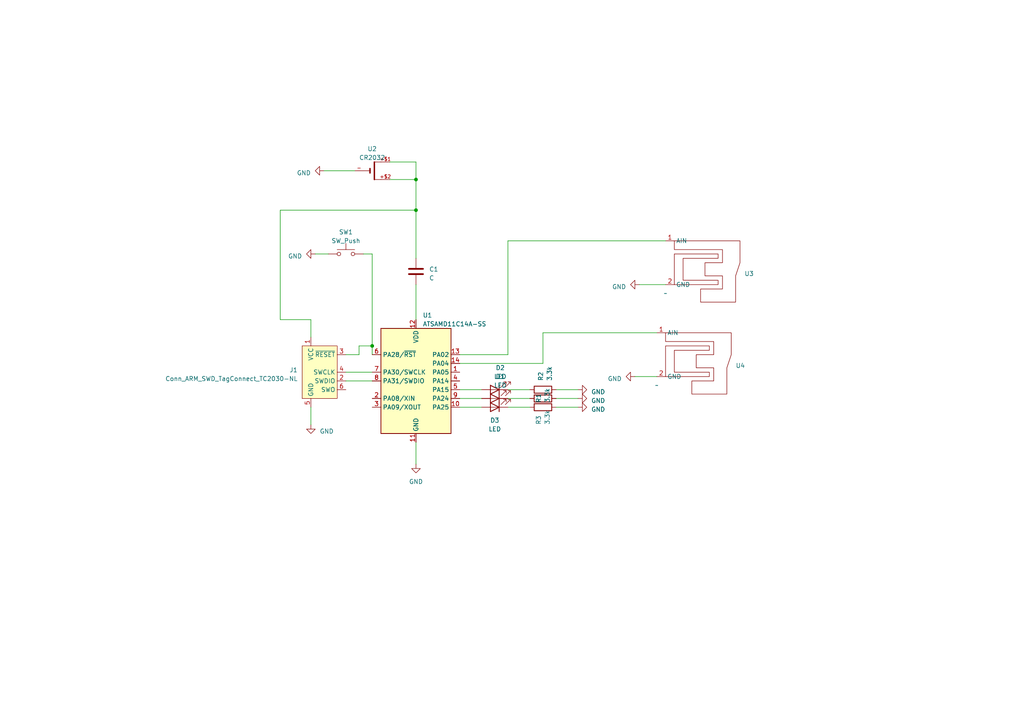
<source format=kicad_sch>
(kicad_sch (version 20230121) (generator eeschema)

  (uuid 101dbdb1-ace5-44bf-b1cc-9e8030de111f)

  (paper "A4")

  (lib_symbols
    (symbol "CR2032:CR2032" (pin_names (offset 1.016)) (in_bom yes) (on_board yes)
      (property "Reference" "U" (at -1.27 3.175 0)
        (effects (font (size 1.27 1.27)) (justify left bottom))
      )
      (property "Value" "CR2032" (at -1.27 -5.08 0)
        (effects (font (size 1.27 1.27)) (justify left bottom))
      )
      (property "Footprint" "" (at 0 0 0)
        (effects (font (size 1.27 1.27)) hide)
      )
      (property "Datasheet" "" (at 0 0 0)
        (effects (font (size 1.27 1.27)) hide)
      )
      (symbol "CR2032_0_0"
        (polyline
          (pts
            (xy -2.54 0)
            (xy -0.635 0)
          )
          (stroke (width 0.1524) (type default))
          (fill (type none))
        )
        (polyline
          (pts
            (xy -0.635 0)
            (xy -0.635 -0.635)
          )
          (stroke (width 0.4064) (type default))
          (fill (type none))
        )
        (polyline
          (pts
            (xy -0.635 0.635)
            (xy -0.635 0)
          )
          (stroke (width 0.4064) (type default))
          (fill (type none))
        )
        (polyline
          (pts
            (xy 0.635 -2.54)
            (xy 2.54 -2.54)
          )
          (stroke (width 0.1524) (type default))
          (fill (type none))
        )
        (polyline
          (pts
            (xy 0.635 2.54)
            (xy 0.635 -2.54)
          )
          (stroke (width 0.4064) (type default))
          (fill (type none))
        )
        (polyline
          (pts
            (xy 0.635 2.54)
            (xy 2.54 2.54)
          )
          (stroke (width 0.1524) (type default))
          (fill (type none))
        )
        (pin passive line (at 5.08 2.54 180) (length 2.54)
          (name "~" (effects (font (size 1.016 1.016))))
          (number "+$1" (effects (font (size 1.016 1.016))))
        )
        (pin passive line (at 5.08 -2.54 180) (length 2.54)
          (name "~" (effects (font (size 1.016 1.016))))
          (number "+$2" (effects (font (size 1.016 1.016))))
        )
        (pin passive line (at -5.08 0 0) (length 2.54)
          (name "~" (effects (font (size 1.016 1.016))))
          (number "-" (effects (font (size 1.016 1.016))))
        )
      )
    )
    (symbol "Connector:Conn_ARM_SWD_TagConnect_TC2030-NL" (in_bom no) (on_board yes)
      (property "Reference" "J" (at 2.54 11.43 0)
        (effects (font (size 1.27 1.27)))
      )
      (property "Value" "Conn_ARM_SWD_TagConnect_TC2030-NL" (at 2.54 8.89 0)
        (effects (font (size 1.27 1.27)))
      )
      (property "Footprint" "Connector:Tag-Connect_TC2030-IDC-NL_2x03_P1.27mm_Vertical" (at 0 -17.78 0)
        (effects (font (size 1.27 1.27)) hide)
      )
      (property "Datasheet" "https://www.tag-connect.com/wp-content/uploads/bsk-pdf-manager/TC2030-CTX_1.pdf" (at 0 -15.24 0)
        (effects (font (size 1.27 1.27)) hide)
      )
      (property "ki_keywords" "Cortex Debug Connector ARM SWD JTAG" (at 0 0 0)
        (effects (font (size 1.27 1.27)) hide)
      )
      (property "ki_description" "Tag-Connect ARM Cortex SWD JTAG connector, 6 pin, no legs" (at 0 0 0)
        (effects (font (size 1.27 1.27)) hide)
      )
      (property "ki_fp_filters" "*TC2030*" (at 0 0 0)
        (effects (font (size 1.27 1.27)) hide)
      )
      (symbol "Conn_ARM_SWD_TagConnect_TC2030-NL_0_0"
        (pin power_in line (at -2.54 10.16 270) (length 2.54)
          (name "VCC" (effects (font (size 1.27 1.27))))
          (number "1" (effects (font (size 1.27 1.27))))
        )
        (pin bidirectional line (at 7.62 -2.54 180) (length 2.54)
          (name "SWDIO" (effects (font (size 1.27 1.27))))
          (number "2" (effects (font (size 1.27 1.27))))
          (alternate "TMS" bidirectional line)
        )
        (pin open_collector line (at 7.62 5.08 180) (length 2.54)
          (name "~{RESET}" (effects (font (size 1.27 1.27))))
          (number "3" (effects (font (size 1.27 1.27))))
        )
        (pin output line (at 7.62 0 180) (length 2.54)
          (name "SWCLK" (effects (font (size 1.27 1.27))))
          (number "4" (effects (font (size 1.27 1.27))))
          (alternate "TCK" output line)
        )
        (pin power_in line (at -2.54 -10.16 90) (length 2.54)
          (name "GND" (effects (font (size 1.27 1.27))))
          (number "5" (effects (font (size 1.27 1.27))))
        )
        (pin input line (at 7.62 -5.08 180) (length 2.54)
          (name "SWO" (effects (font (size 1.27 1.27))))
          (number "6" (effects (font (size 1.27 1.27))))
          (alternate "TDO" input line)
        )
      )
      (symbol "Conn_ARM_SWD_TagConnect_TC2030-NL_0_1"
        (rectangle (start -5.08 7.62) (end 5.08 -7.62)
          (stroke (width 0) (type default))
          (fill (type background))
        )
      )
    )
    (symbol "Device:C" (pin_numbers hide) (pin_names (offset 0.254)) (in_bom yes) (on_board yes)
      (property "Reference" "C" (at 0.635 2.54 0)
        (effects (font (size 1.27 1.27)) (justify left))
      )
      (property "Value" "C" (at 0.635 -2.54 0)
        (effects (font (size 1.27 1.27)) (justify left))
      )
      (property "Footprint" "" (at 0.9652 -3.81 0)
        (effects (font (size 1.27 1.27)) hide)
      )
      (property "Datasheet" "~" (at 0 0 0)
        (effects (font (size 1.27 1.27)) hide)
      )
      (property "ki_keywords" "cap capacitor" (at 0 0 0)
        (effects (font (size 1.27 1.27)) hide)
      )
      (property "ki_description" "Unpolarized capacitor" (at 0 0 0)
        (effects (font (size 1.27 1.27)) hide)
      )
      (property "ki_fp_filters" "C_*" (at 0 0 0)
        (effects (font (size 1.27 1.27)) hide)
      )
      (symbol "C_0_1"
        (polyline
          (pts
            (xy -2.032 -0.762)
            (xy 2.032 -0.762)
          )
          (stroke (width 0.508) (type default))
          (fill (type none))
        )
        (polyline
          (pts
            (xy -2.032 0.762)
            (xy 2.032 0.762)
          )
          (stroke (width 0.508) (type default))
          (fill (type none))
        )
      )
      (symbol "C_1_1"
        (pin passive line (at 0 3.81 270) (length 2.794)
          (name "~" (effects (font (size 1.27 1.27))))
          (number "1" (effects (font (size 1.27 1.27))))
        )
        (pin passive line (at 0 -3.81 90) (length 2.794)
          (name "~" (effects (font (size 1.27 1.27))))
          (number "2" (effects (font (size 1.27 1.27))))
        )
      )
    )
    (symbol "Device:LED" (pin_numbers hide) (pin_names (offset 1.016) hide) (in_bom yes) (on_board yes)
      (property "Reference" "D" (at 0 2.54 0)
        (effects (font (size 1.27 1.27)))
      )
      (property "Value" "LED" (at 0 -2.54 0)
        (effects (font (size 1.27 1.27)))
      )
      (property "Footprint" "" (at 0 0 0)
        (effects (font (size 1.27 1.27)) hide)
      )
      (property "Datasheet" "~" (at 0 0 0)
        (effects (font (size 1.27 1.27)) hide)
      )
      (property "ki_keywords" "LED diode" (at 0 0 0)
        (effects (font (size 1.27 1.27)) hide)
      )
      (property "ki_description" "Light emitting diode" (at 0 0 0)
        (effects (font (size 1.27 1.27)) hide)
      )
      (property "ki_fp_filters" "LED* LED_SMD:* LED_THT:*" (at 0 0 0)
        (effects (font (size 1.27 1.27)) hide)
      )
      (symbol "LED_0_1"
        (polyline
          (pts
            (xy -1.27 -1.27)
            (xy -1.27 1.27)
          )
          (stroke (width 0.254) (type default))
          (fill (type none))
        )
        (polyline
          (pts
            (xy -1.27 0)
            (xy 1.27 0)
          )
          (stroke (width 0) (type default))
          (fill (type none))
        )
        (polyline
          (pts
            (xy 1.27 -1.27)
            (xy 1.27 1.27)
            (xy -1.27 0)
            (xy 1.27 -1.27)
          )
          (stroke (width 0.254) (type default))
          (fill (type none))
        )
        (polyline
          (pts
            (xy -3.048 -0.762)
            (xy -4.572 -2.286)
            (xy -3.81 -2.286)
            (xy -4.572 -2.286)
            (xy -4.572 -1.524)
          )
          (stroke (width 0) (type default))
          (fill (type none))
        )
        (polyline
          (pts
            (xy -1.778 -0.762)
            (xy -3.302 -2.286)
            (xy -2.54 -2.286)
            (xy -3.302 -2.286)
            (xy -3.302 -1.524)
          )
          (stroke (width 0) (type default))
          (fill (type none))
        )
      )
      (symbol "LED_1_1"
        (pin passive line (at -3.81 0 0) (length 2.54)
          (name "K" (effects (font (size 1.27 1.27))))
          (number "1" (effects (font (size 1.27 1.27))))
        )
        (pin passive line (at 3.81 0 180) (length 2.54)
          (name "A" (effects (font (size 1.27 1.27))))
          (number "2" (effects (font (size 1.27 1.27))))
        )
      )
    )
    (symbol "Device:R" (pin_numbers hide) (pin_names (offset 0)) (in_bom yes) (on_board yes)
      (property "Reference" "R" (at 2.032 0 90)
        (effects (font (size 1.27 1.27)))
      )
      (property "Value" "R" (at 0 0 90)
        (effects (font (size 1.27 1.27)))
      )
      (property "Footprint" "" (at -1.778 0 90)
        (effects (font (size 1.27 1.27)) hide)
      )
      (property "Datasheet" "~" (at 0 0 0)
        (effects (font (size 1.27 1.27)) hide)
      )
      (property "ki_keywords" "R res resistor" (at 0 0 0)
        (effects (font (size 1.27 1.27)) hide)
      )
      (property "ki_description" "Resistor" (at 0 0 0)
        (effects (font (size 1.27 1.27)) hide)
      )
      (property "ki_fp_filters" "R_*" (at 0 0 0)
        (effects (font (size 1.27 1.27)) hide)
      )
      (symbol "R_0_1"
        (rectangle (start -1.016 -2.54) (end 1.016 2.54)
          (stroke (width 0.254) (type default))
          (fill (type none))
        )
      )
      (symbol "R_1_1"
        (pin passive line (at 0 3.81 270) (length 1.27)
          (name "~" (effects (font (size 1.27 1.27))))
          (number "1" (effects (font (size 1.27 1.27))))
        )
        (pin passive line (at 0 -3.81 90) (length 1.27)
          (name "~" (effects (font (size 1.27 1.27))))
          (number "2" (effects (font (size 1.27 1.27))))
        )
      )
    )
    (symbol "MCU_Microchip_SAMD:ATSAMD11C14A-SS" (in_bom yes) (on_board yes)
      (property "Reference" "U" (at -10.16 16.51 0)
        (effects (font (size 1.27 1.27)) (justify left))
      )
      (property "Value" "ATSAMD11C14A-SS" (at 1.27 16.51 0)
        (effects (font (size 1.27 1.27)) (justify left))
      )
      (property "Footprint" "Package_SO:SOIC-14_3.9x8.7mm_P1.27mm" (at 0 -26.67 0)
        (effects (font (size 1.27 1.27)) hide)
      )
      (property "Datasheet" "http://ww1.microchip.com/downloads/en/DeviceDoc/Atmel-42363-SAM-D11_Datasheet.pdf" (at 0 -17.78 0)
        (effects (font (size 1.27 1.27)) hide)
      )
      (property "ki_keywords" "32-bit ARM Cortex-M0+ MCU Microcontroller" (at 0 0 0)
        (effects (font (size 1.27 1.27)) hide)
      )
      (property "ki_description" "ARM Cortex-M0+ MCU, 48MHz, 16KB Flash, 4KB RAM, 1.6-3.6V, 18 GPIO, SOIC-14" (at 0 0 0)
        (effects (font (size 1.27 1.27)) hide)
      )
      (property "ki_fp_filters" "SOIC*3.9x8.7mm*P1.27mm*" (at 0 0 0)
        (effects (font (size 1.27 1.27)) hide)
      )
      (symbol "ATSAMD11C14A-SS_0_1"
        (rectangle (start -10.16 15.24) (end 10.16 -15.24)
          (stroke (width 0.254) (type default))
          (fill (type background))
        )
      )
      (symbol "ATSAMD11C14A-SS_1_1"
        (pin bidirectional line (at 12.7 2.54 180) (length 2.54)
          (name "PA05" (effects (font (size 1.27 1.27))))
          (number "1" (effects (font (size 1.27 1.27))))
        )
        (pin bidirectional line (at 12.7 -7.62 180) (length 2.54)
          (name "PA25" (effects (font (size 1.27 1.27))))
          (number "10" (effects (font (size 1.27 1.27))))
        )
        (pin power_in line (at 0 -17.78 90) (length 2.54)
          (name "GND" (effects (font (size 1.27 1.27))))
          (number "11" (effects (font (size 1.27 1.27))))
        )
        (pin power_in line (at 0 17.78 270) (length 2.54)
          (name "VDD" (effects (font (size 1.27 1.27))))
          (number "12" (effects (font (size 1.27 1.27))))
        )
        (pin bidirectional line (at 12.7 7.62 180) (length 2.54)
          (name "PA02" (effects (font (size 1.27 1.27))))
          (number "13" (effects (font (size 1.27 1.27))))
        )
        (pin bidirectional line (at 12.7 5.08 180) (length 2.54)
          (name "PA04" (effects (font (size 1.27 1.27))))
          (number "14" (effects (font (size 1.27 1.27))))
        )
        (pin bidirectional line (at -12.7 -5.08 0) (length 2.54)
          (name "PA08/XIN" (effects (font (size 1.27 1.27))))
          (number "2" (effects (font (size 1.27 1.27))))
        )
        (pin bidirectional line (at -12.7 -7.62 0) (length 2.54)
          (name "PA09/XOUT" (effects (font (size 1.27 1.27))))
          (number "3" (effects (font (size 1.27 1.27))))
        )
        (pin bidirectional line (at 12.7 0 180) (length 2.54)
          (name "PA14" (effects (font (size 1.27 1.27))))
          (number "4" (effects (font (size 1.27 1.27))))
        )
        (pin bidirectional line (at 12.7 -2.54 180) (length 2.54)
          (name "PA15" (effects (font (size 1.27 1.27))))
          (number "5" (effects (font (size 1.27 1.27))))
        )
        (pin bidirectional line (at -12.7 7.62 0) (length 2.54)
          (name "PA28/~{RST}" (effects (font (size 1.27 1.27))))
          (number "6" (effects (font (size 1.27 1.27))))
        )
        (pin bidirectional line (at -12.7 2.54 0) (length 2.54)
          (name "PA30/SWCLK" (effects (font (size 1.27 1.27))))
          (number "7" (effects (font (size 1.27 1.27))))
        )
        (pin bidirectional line (at -12.7 0 0) (length 2.54)
          (name "PA31/SWDIO" (effects (font (size 1.27 1.27))))
          (number "8" (effects (font (size 1.27 1.27))))
        )
        (pin bidirectional line (at 12.7 -5.08 180) (length 2.54)
          (name "PA24" (effects (font (size 1.27 1.27))))
          (number "9" (effects (font (size 1.27 1.27))))
        )
      )
    )
    (symbol "Switch:SW_Push" (pin_numbers hide) (pin_names (offset 1.016) hide) (in_bom yes) (on_board yes)
      (property "Reference" "SW" (at 1.27 2.54 0)
        (effects (font (size 1.27 1.27)) (justify left))
      )
      (property "Value" "SW_Push" (at 0 -1.524 0)
        (effects (font (size 1.27 1.27)))
      )
      (property "Footprint" "" (at 0 5.08 0)
        (effects (font (size 1.27 1.27)) hide)
      )
      (property "Datasheet" "~" (at 0 5.08 0)
        (effects (font (size 1.27 1.27)) hide)
      )
      (property "ki_keywords" "switch normally-open pushbutton push-button" (at 0 0 0)
        (effects (font (size 1.27 1.27)) hide)
      )
      (property "ki_description" "Push button switch, generic, two pins" (at 0 0 0)
        (effects (font (size 1.27 1.27)) hide)
      )
      (symbol "SW_Push_0_1"
        (circle (center -2.032 0) (radius 0.508)
          (stroke (width 0) (type default))
          (fill (type none))
        )
        (polyline
          (pts
            (xy 0 1.27)
            (xy 0 3.048)
          )
          (stroke (width 0) (type default))
          (fill (type none))
        )
        (polyline
          (pts
            (xy 2.54 1.27)
            (xy -2.54 1.27)
          )
          (stroke (width 0) (type default))
          (fill (type none))
        )
        (circle (center 2.032 0) (radius 0.508)
          (stroke (width 0) (type default))
          (fill (type none))
        )
        (pin passive line (at -5.08 0 0) (length 2.54)
          (name "1" (effects (font (size 1.27 1.27))))
          (number "1" (effects (font (size 1.27 1.27))))
        )
        (pin passive line (at 5.08 0 180) (length 2.54)
          (name "2" (effects (font (size 1.27 1.27))))
          (number "2" (effects (font (size 1.27 1.27))))
        )
      )
    )
    (symbol "metal_pieces:metal_pieces" (in_bom yes) (on_board yes)
      (property "Reference" "U" (at 0 -3.81 0)
        (effects (font (size 1.27 1.27)))
      )
      (property "Value" "" (at 0 -3.81 0)
        (effects (font (size 1.27 1.27)))
      )
      (property "Footprint" "" (at 0 -3.81 0)
        (effects (font (size 1.27 1.27)) hide)
      )
      (property "Datasheet" "" (at 0 -3.81 0)
        (effects (font (size 1.27 1.27)) hide)
      )
      (symbol "metal_pieces_0_1"
        (polyline
          (pts
            (xy 2.54 -1.27)
            (xy 2.54 7.62)
            (xy 15.24 7.62)
            (xy 15.24 6.35)
            (xy 5.08 6.35)
            (xy 5.08 0)
            (xy 15.24 0)
            (xy 15.24 -1.27)
            (xy 2.54 -1.27)
          )
          (stroke (width 0) (type default))
          (fill (type none))
        )
        (polyline
          (pts
            (xy 2.54 11.43)
            (xy 21.59 11.43)
            (xy 21.59 5.08)
            (xy 20.32 1.27)
            (xy 20.32 -6.35)
            (xy 10.16 -6.35)
            (xy 10.16 -2.54)
            (xy 16.51 -2.54)
            (xy 16.51 1.27)
            (xy 11.43 1.27)
            (xy 11.43 5.08)
            (xy 16.51 5.08)
            (xy 16.51 8.89)
            (xy 2.54 8.89)
            (xy 2.54 11.43)
          )
          (stroke (width 0) (type default))
          (fill (type none))
        )
      )
      (symbol "metal_pieces_1_1"
        (pin input line (at 0 11.43 0) (length 2.54)
          (name "AIN" (effects (font (size 1.27 1.27))))
          (number "1" (effects (font (size 1.27 1.27))))
        )
        (pin input line (at 0 -1.27 0) (length 2.54)
          (name "GND" (effects (font (size 1.27 1.27))))
          (number "2" (effects (font (size 1.27 1.27))))
        )
      )
    )
    (symbol "power:GND" (power) (pin_names (offset 0)) (in_bom yes) (on_board yes)
      (property "Reference" "#PWR" (at 0 -6.35 0)
        (effects (font (size 1.27 1.27)) hide)
      )
      (property "Value" "GND" (at 0 -3.81 0)
        (effects (font (size 1.27 1.27)))
      )
      (property "Footprint" "" (at 0 0 0)
        (effects (font (size 1.27 1.27)) hide)
      )
      (property "Datasheet" "" (at 0 0 0)
        (effects (font (size 1.27 1.27)) hide)
      )
      (property "ki_keywords" "global power" (at 0 0 0)
        (effects (font (size 1.27 1.27)) hide)
      )
      (property "ki_description" "Power symbol creates a global label with name \"GND\" , ground" (at 0 0 0)
        (effects (font (size 1.27 1.27)) hide)
      )
      (symbol "GND_0_1"
        (polyline
          (pts
            (xy 0 0)
            (xy 0 -1.27)
            (xy 1.27 -1.27)
            (xy 0 -2.54)
            (xy -1.27 -1.27)
            (xy 0 -1.27)
          )
          (stroke (width 0) (type default))
          (fill (type none))
        )
      )
      (symbol "GND_1_1"
        (pin power_in line (at 0 0 270) (length 0) hide
          (name "GND" (effects (font (size 1.27 1.27))))
          (number "1" (effects (font (size 1.27 1.27))))
        )
      )
    )
  )

  (junction (at 120.65 52.07) (diameter 0) (color 0 0 0 0)
    (uuid 8c113d61-1ce2-4864-b3c9-ff9a461ba198)
  )
  (junction (at 120.65 60.96) (diameter 0) (color 0 0 0 0)
    (uuid c272b59d-f083-4f8f-afdb-a5df06cc1351)
  )
  (junction (at 107.95 100.33) (diameter 0) (color 0 0 0 0)
    (uuid fd52d139-a42e-4ad4-ac04-88e454871e58)
  )

  (wire (pts (xy 107.95 100.33) (xy 107.95 102.87))
    (stroke (width 0) (type default))
    (uuid 04c065e9-9165-4045-a95d-392b9816bf69)
  )
  (wire (pts (xy 107.95 73.66) (xy 107.95 100.33))
    (stroke (width 0) (type default))
    (uuid 0a4b8d91-d8db-4c3b-a8ab-a17e87bbf4f1)
  )
  (wire (pts (xy 133.35 113.03) (xy 139.7 113.03))
    (stroke (width 0) (type default))
    (uuid 0b632598-5b2f-4c70-91c6-47a1fc22b92f)
  )
  (wire (pts (xy 161.29 113.03) (xy 167.64 113.03))
    (stroke (width 0) (type default))
    (uuid 1480a97b-1a91-4121-a25d-64ce57278beb)
  )
  (wire (pts (xy 104.14 100.33) (xy 107.95 100.33))
    (stroke (width 0) (type default))
    (uuid 1577f4cd-91bc-45b6-9763-8450cababf9c)
  )
  (wire (pts (xy 133.35 118.11) (xy 139.7 118.11))
    (stroke (width 0) (type default))
    (uuid 1be7ad04-47c7-4a60-9524-e07c2e4d79ff)
  )
  (wire (pts (xy 157.48 96.52) (xy 190.5 96.52))
    (stroke (width 0) (type default))
    (uuid 1d7339da-f23f-4d48-a7c4-ae3d0d8a7e1b)
  )
  (wire (pts (xy 113.03 46.99) (xy 120.65 46.99))
    (stroke (width 0) (type default))
    (uuid 253af97e-b687-47a0-8806-27ba742a307d)
  )
  (wire (pts (xy 90.17 118.11) (xy 90.17 123.19))
    (stroke (width 0) (type default))
    (uuid 35f025ab-338f-4bb6-8754-55308fee5e5c)
  )
  (wire (pts (xy 147.32 118.11) (xy 153.67 118.11))
    (stroke (width 0) (type default))
    (uuid 3a71f911-0e07-4f86-931f-34ce2e9c466b)
  )
  (wire (pts (xy 93.98 49.53) (xy 102.87 49.53))
    (stroke (width 0) (type default))
    (uuid 3adc224b-5497-4e85-8a6f-935986544f85)
  )
  (wire (pts (xy 120.65 46.99) (xy 120.65 52.07))
    (stroke (width 0) (type default))
    (uuid 40d41381-d14f-4c10-aad5-4bdb18fc06ec)
  )
  (wire (pts (xy 90.17 92.71) (xy 90.17 97.79))
    (stroke (width 0) (type default))
    (uuid 46bfdbbb-ff88-4f7d-ad19-fad5f3e9f0ad)
  )
  (wire (pts (xy 147.32 69.85) (xy 193.04 69.85))
    (stroke (width 0) (type default))
    (uuid 52f9ccfa-e2f6-49b9-bb20-acbddc2d2bd0)
  )
  (wire (pts (xy 161.29 115.57) (xy 167.64 115.57))
    (stroke (width 0) (type default))
    (uuid 534b7f49-de7b-4b0a-a3aa-20c890e77ca5)
  )
  (wire (pts (xy 161.29 118.11) (xy 167.64 118.11))
    (stroke (width 0) (type default))
    (uuid 6f97c89d-3eef-4cd3-a88f-4a74930b5e0a)
  )
  (wire (pts (xy 147.32 102.87) (xy 133.35 102.87))
    (stroke (width 0) (type default))
    (uuid 786f31f4-38bc-4ba2-993f-49294287c1c0)
  )
  (wire (pts (xy 133.35 105.41) (xy 157.48 105.41))
    (stroke (width 0) (type default))
    (uuid 7b294af4-a8c1-456b-a67c-a66e797fbc8d)
  )
  (wire (pts (xy 81.28 92.71) (xy 90.17 92.71))
    (stroke (width 0) (type default))
    (uuid 82a5c1fa-3985-44ae-bd63-a5d273907cb9)
  )
  (wire (pts (xy 120.65 60.96) (xy 120.65 74.93))
    (stroke (width 0) (type default))
    (uuid 86112e55-1d78-48b4-8783-1461b8079d24)
  )
  (wire (pts (xy 147.32 102.87) (xy 147.32 69.85))
    (stroke (width 0) (type default))
    (uuid 8cee2f04-3cae-4e4d-836e-c33b1125914f)
  )
  (wire (pts (xy 113.03 52.07) (xy 120.65 52.07))
    (stroke (width 0) (type default))
    (uuid 8e3ca758-451a-48c5-b9ba-d46a92bd7ea7)
  )
  (wire (pts (xy 147.32 113.03) (xy 153.67 113.03))
    (stroke (width 0) (type default))
    (uuid 92b885f3-6061-4618-9052-6ac4e1505e04)
  )
  (wire (pts (xy 91.44 73.66) (xy 95.25 73.66))
    (stroke (width 0) (type default))
    (uuid 9901c85f-f2be-4608-bece-01740ce43801)
  )
  (wire (pts (xy 120.65 52.07) (xy 120.65 60.96))
    (stroke (width 0) (type default))
    (uuid 9ea57e88-fd68-48c0-b845-3e425405bb8c)
  )
  (wire (pts (xy 120.65 82.55) (xy 120.65 92.71))
    (stroke (width 0) (type default))
    (uuid 9ea8f373-1b34-48bb-96c7-2f454be895d6)
  )
  (wire (pts (xy 81.28 60.96) (xy 120.65 60.96))
    (stroke (width 0) (type default))
    (uuid a4c84fb2-6670-49aa-ad92-41a816d683f0)
  )
  (wire (pts (xy 81.28 92.71) (xy 81.28 60.96))
    (stroke (width 0) (type default))
    (uuid aa31bcd5-d166-450c-a849-7cb3d5c27f67)
  )
  (wire (pts (xy 100.33 110.49) (xy 107.95 110.49))
    (stroke (width 0) (type default))
    (uuid aa853c0f-70f3-4310-b137-294abf2d3f8d)
  )
  (wire (pts (xy 185.42 82.55) (xy 193.04 82.55))
    (stroke (width 0) (type default))
    (uuid b6557b66-4c3c-4094-9d11-fdd480a27a5e)
  )
  (wire (pts (xy 100.33 107.95) (xy 107.95 107.95))
    (stroke (width 0) (type default))
    (uuid c0f2c46b-5b80-4fba-b2a9-344080d5e624)
  )
  (wire (pts (xy 184.15 109.22) (xy 190.5 109.22))
    (stroke (width 0) (type default))
    (uuid d60477e6-9d31-4e0e-8f3e-8ce7e29a3ab1)
  )
  (wire (pts (xy 100.33 102.87) (xy 104.14 102.87))
    (stroke (width 0) (type default))
    (uuid d9f009fe-341d-4c5a-938b-9b3c0eed0dcf)
  )
  (wire (pts (xy 120.65 128.27) (xy 120.65 134.62))
    (stroke (width 0) (type default))
    (uuid daecca8f-0e9c-4079-b7c8-0c6a549e7e13)
  )
  (wire (pts (xy 133.35 115.57) (xy 139.7 115.57))
    (stroke (width 0) (type default))
    (uuid ddcb5918-7914-4476-8ed4-aa68460bb377)
  )
  (wire (pts (xy 105.41 73.66) (xy 107.95 73.66))
    (stroke (width 0) (type default))
    (uuid de439c64-2595-4bd4-b6f7-fc59c8058843)
  )
  (wire (pts (xy 147.32 115.57) (xy 153.67 115.57))
    (stroke (width 0) (type default))
    (uuid ebfc0320-1acd-4459-9c36-ab9db8d60a0f)
  )
  (wire (pts (xy 104.14 102.87) (xy 104.14 100.33))
    (stroke (width 0) (type default))
    (uuid ec7a3a19-e2c3-452e-9509-020b030150f8)
  )
  (wire (pts (xy 157.48 105.41) (xy 157.48 96.52))
    (stroke (width 0) (type default))
    (uuid fd573d4d-1afe-47bb-b2cf-68a8d1b1a121)
  )

  (symbol (lib_id "metal_pieces:metal_pieces") (at 190.5 107.95 0) (unit 1)
    (in_bom yes) (on_board yes) (dnp no) (fields_autoplaced)
    (uuid 02a0dbdb-b564-438e-b368-f2c5e2fa8460)
    (property "Reference" "U4" (at 213.36 106.045 0)
      (effects (font (size 1.27 1.27)) (justify left))
    )
    (property "Value" "~" (at 190.5 111.76 0)
      (effects (font (size 1.27 1.27)))
    )
    (property "Footprint" "metal_pieces:metal_footprint" (at 190.5 111.76 0)
      (effects (font (size 1.27 1.27)) hide)
    )
    (property "Datasheet" "" (at 190.5 111.76 0)
      (effects (font (size 1.27 1.27)) hide)
    )
    (pin "1" (uuid be7484d0-4ec7-44e6-971e-368ac27b4da3))
    (pin "2" (uuid b167494a-69dc-4f0c-a169-0714fe773c30))
    (instances
      (project "seniordesign"
        (path "/101dbdb1-ace5-44bf-b1cc-9e8030de111f"
          (reference "U4") (unit 1)
        )
      )
    )
  )

  (symbol (lib_id "power:GND") (at 93.98 49.53 270) (unit 1)
    (in_bom yes) (on_board yes) (dnp no) (fields_autoplaced)
    (uuid 06ddfd8a-3b8c-4ca8-8551-c0f60f9712e9)
    (property "Reference" "#PWR02" (at 87.63 49.53 0)
      (effects (font (size 1.27 1.27)) hide)
    )
    (property "Value" "GND" (at 90.17 50.165 90)
      (effects (font (size 1.27 1.27)) (justify right))
    )
    (property "Footprint" "" (at 93.98 49.53 0)
      (effects (font (size 1.27 1.27)) hide)
    )
    (property "Datasheet" "" (at 93.98 49.53 0)
      (effects (font (size 1.27 1.27)) hide)
    )
    (pin "1" (uuid 198bea66-edd7-4248-a28d-f99ea31b77ea))
    (instances
      (project "seniordesign"
        (path "/101dbdb1-ace5-44bf-b1cc-9e8030de111f"
          (reference "#PWR02") (unit 1)
        )
      )
    )
  )

  (symbol (lib_id "power:GND") (at 90.17 123.19 0) (unit 1)
    (in_bom yes) (on_board yes) (dnp no) (fields_autoplaced)
    (uuid 17ed26a4-41e6-4085-8877-909460cfb8fa)
    (property "Reference" "#PWR01" (at 90.17 129.54 0)
      (effects (font (size 1.27 1.27)) hide)
    )
    (property "Value" "GND" (at 92.71 125.095 0)
      (effects (font (size 1.27 1.27)) (justify left))
    )
    (property "Footprint" "" (at 90.17 123.19 0)
      (effects (font (size 1.27 1.27)) hide)
    )
    (property "Datasheet" "" (at 90.17 123.19 0)
      (effects (font (size 1.27 1.27)) hide)
    )
    (pin "1" (uuid e71a7ba9-8fea-4056-9b72-cac9db2585f7))
    (instances
      (project "seniordesign"
        (path "/101dbdb1-ace5-44bf-b1cc-9e8030de111f"
          (reference "#PWR01") (unit 1)
        )
      )
    )
  )

  (symbol (lib_id "MCU_Microchip_SAMD:ATSAMD11C14A-SS") (at 120.65 110.49 0) (unit 1)
    (in_bom yes) (on_board yes) (dnp no) (fields_autoplaced)
    (uuid 21439c0a-8b7e-4326-8a09-629edf8bc055)
    (property "Reference" "U1" (at 122.6059 91.44 0)
      (effects (font (size 1.27 1.27)) (justify left))
    )
    (property "Value" "ATSAMD11C14A-SS" (at 122.6059 93.98 0)
      (effects (font (size 1.27 1.27)) (justify left))
    )
    (property "Footprint" "Package_SO:SOIC-14_3.9x8.7mm_P1.27mm" (at 120.65 137.16 0)
      (effects (font (size 1.27 1.27)) hide)
    )
    (property "Datasheet" "http://ww1.microchip.com/downloads/en/DeviceDoc/Atmel-42363-SAM-D11_Datasheet.pdf" (at 120.65 128.27 0)
      (effects (font (size 1.27 1.27)) hide)
    )
    (pin "1" (uuid a849a6d9-273f-4c73-a8eb-fd36598a31a0))
    (pin "10" (uuid 332e3187-3c20-4a2c-9f2a-d4be10298c9b))
    (pin "11" (uuid b7bfa1ae-891c-4ac3-9cfe-6628dab71ad5))
    (pin "12" (uuid 45390f29-4fa7-4f62-99e7-401703edd4a6))
    (pin "13" (uuid 06cdaf7f-cae5-4205-9b3b-b6ee1d30fa43))
    (pin "14" (uuid 8aad14b1-2bf8-4986-99cc-892f6011550b))
    (pin "2" (uuid c4574ba6-7cb2-4db8-aae0-80b79f39a896))
    (pin "3" (uuid 2812f02c-11c4-48c4-8dec-2f02bbdb4d3f))
    (pin "4" (uuid b0e052e3-f088-4b5a-be4a-7a210616b61e))
    (pin "5" (uuid 14e73b22-f65f-4eba-ab76-fb0d268a2d90))
    (pin "6" (uuid f5728362-49b0-41cb-bf99-38130f1590ce))
    (pin "7" (uuid 062bf418-e200-4a2f-b272-48cadaf36508))
    (pin "8" (uuid 02b73ace-d45c-4cf6-8b5e-53edca4a125d))
    (pin "9" (uuid a7bacb06-5a9f-4b87-88b2-372fe0b5a08c))
    (instances
      (project "seniordesign"
        (path "/101dbdb1-ace5-44bf-b1cc-9e8030de111f"
          (reference "U1") (unit 1)
        )
      )
    )
  )

  (symbol (lib_id "Connector:Conn_ARM_SWD_TagConnect_TC2030-NL") (at 92.71 107.95 0) (unit 1)
    (in_bom yes) (on_board yes) (dnp no) (fields_autoplaced)
    (uuid 21e88258-e4ed-4410-9a72-3315c77b77e1)
    (property "Reference" "J1" (at 86.36 107.315 0)
      (effects (font (size 1.27 1.27)) (justify right))
    )
    (property "Value" "Conn_ARM_SWD_TagConnect_TC2030-NL" (at 86.36 109.855 0)
      (effects (font (size 1.27 1.27)) (justify right))
    )
    (property "Footprint" "Connector:Tag-Connect_TC2030-IDC-NL_2x03_P1.27mm_Vertical" (at 92.71 125.73 0)
      (effects (font (size 1.27 1.27)) hide)
    )
    (property "Datasheet" "https://www.tag-connect.com/wp-content/uploads/bsk-pdf-manager/TC2030-CTX_1.pdf" (at 92.71 123.19 0)
      (effects (font (size 1.27 1.27)) hide)
    )
    (pin "1" (uuid faf2efcc-54e9-4da8-88af-5f465a060d50))
    (pin "2" (uuid 91515348-7113-4f73-ae0e-064fd7b8579c))
    (pin "3" (uuid 2b6f1ea5-9268-4716-a459-ee0a87c3b64d))
    (pin "4" (uuid de0cdbff-b04f-4aa9-8815-5d7365de26f8))
    (pin "5" (uuid 9609ff72-9371-4e40-85c3-d04ba4995fd9))
    (pin "6" (uuid 99085a7b-6a1a-4fac-a0f3-e75af883294b))
    (instances
      (project "seniordesign"
        (path "/101dbdb1-ace5-44bf-b1cc-9e8030de111f"
          (reference "J1") (unit 1)
        )
      )
    )
  )

  (symbol (lib_id "Switch:SW_Push") (at 100.33 73.66 0) (unit 1)
    (in_bom yes) (on_board yes) (dnp no) (fields_autoplaced)
    (uuid 43e3326f-5aab-463a-a251-f6a9a0165d86)
    (property "Reference" "SW1" (at 100.33 67.31 0)
      (effects (font (size 1.27 1.27)))
    )
    (property "Value" "SW_Push" (at 100.33 69.85 0)
      (effects (font (size 1.27 1.27)))
    )
    (property "Footprint" "Button_Switch_SMD:SW_SPST_Omron_B3FS-100xP" (at 100.33 68.58 0)
      (effects (font (size 1.27 1.27)) hide)
    )
    (property "Datasheet" "~" (at 100.33 68.58 0)
      (effects (font (size 1.27 1.27)) hide)
    )
    (pin "1" (uuid b2fd1344-a682-43e6-b190-9b790fb50617))
    (pin "2" (uuid 3a189f50-5bad-4886-a15d-3a6ccb300aec))
    (instances
      (project "seniordesign"
        (path "/101dbdb1-ace5-44bf-b1cc-9e8030de111f"
          (reference "SW1") (unit 1)
        )
      )
    )
  )

  (symbol (lib_id "power:GND") (at 91.44 73.66 270) (unit 1)
    (in_bom yes) (on_board yes) (dnp no) (fields_autoplaced)
    (uuid 51cf5db6-bc30-4e13-a3ef-9d81ecd7fb3f)
    (property "Reference" "#PWR09" (at 85.09 73.66 0)
      (effects (font (size 1.27 1.27)) hide)
    )
    (property "Value" "GND" (at 87.63 74.295 90)
      (effects (font (size 1.27 1.27)) (justify right))
    )
    (property "Footprint" "" (at 91.44 73.66 0)
      (effects (font (size 1.27 1.27)) hide)
    )
    (property "Datasheet" "" (at 91.44 73.66 0)
      (effects (font (size 1.27 1.27)) hide)
    )
    (pin "1" (uuid 5e399285-0281-4145-9a81-71a05012da57))
    (instances
      (project "seniordesign"
        (path "/101dbdb1-ace5-44bf-b1cc-9e8030de111f"
          (reference "#PWR09") (unit 1)
        )
      )
    )
  )

  (symbol (lib_id "power:GND") (at 167.64 113.03 90) (unit 1)
    (in_bom yes) (on_board yes) (dnp no) (fields_autoplaced)
    (uuid 550b5ab7-36ac-4546-a12d-93cf6083df14)
    (property "Reference" "#PWR07" (at 173.99 113.03 0)
      (effects (font (size 1.27 1.27)) hide)
    )
    (property "Value" "GND" (at 171.45 113.665 90)
      (effects (font (size 1.27 1.27)) (justify right))
    )
    (property "Footprint" "" (at 167.64 113.03 0)
      (effects (font (size 1.27 1.27)) hide)
    )
    (property "Datasheet" "" (at 167.64 113.03 0)
      (effects (font (size 1.27 1.27)) hide)
    )
    (pin "1" (uuid be3bfc3a-d483-413c-ab7e-edf122a0cbd6))
    (instances
      (project "seniordesign"
        (path "/101dbdb1-ace5-44bf-b1cc-9e8030de111f"
          (reference "#PWR07") (unit 1)
        )
      )
    )
  )

  (symbol (lib_id "Device:C") (at 120.65 78.74 0) (unit 1)
    (in_bom yes) (on_board yes) (dnp no) (fields_autoplaced)
    (uuid 5f06538e-7ea2-4c7e-ae3e-a6a99a5cb00d)
    (property "Reference" "C1" (at 124.46 78.105 0)
      (effects (font (size 1.27 1.27)) (justify left))
    )
    (property "Value" "C" (at 124.46 80.645 0)
      (effects (font (size 1.27 1.27)) (justify left))
    )
    (property "Footprint" "Capacitor_SMD:C_0201_0603Metric" (at 121.6152 82.55 0)
      (effects (font (size 1.27 1.27)) hide)
    )
    (property "Datasheet" "~" (at 120.65 78.74 0)
      (effects (font (size 1.27 1.27)) hide)
    )
    (pin "1" (uuid f71183ee-0bbe-44f8-ba4b-b63acd83771a))
    (pin "2" (uuid 7d0e6b2e-d058-4e07-a5c2-664f92a4cb4e))
    (instances
      (project "seniordesign"
        (path "/101dbdb1-ace5-44bf-b1cc-9e8030de111f"
          (reference "C1") (unit 1)
        )
      )
    )
  )

  (symbol (lib_id "power:GND") (at 184.15 109.22 270) (unit 1)
    (in_bom yes) (on_board yes) (dnp no) (fields_autoplaced)
    (uuid 6683720a-f1ba-4bda-bfde-51c950451ba2)
    (property "Reference" "#PWR04" (at 177.8 109.22 0)
      (effects (font (size 1.27 1.27)) hide)
    )
    (property "Value" "GND" (at 180.34 109.855 90)
      (effects (font (size 1.27 1.27)) (justify right))
    )
    (property "Footprint" "" (at 184.15 109.22 0)
      (effects (font (size 1.27 1.27)) hide)
    )
    (property "Datasheet" "" (at 184.15 109.22 0)
      (effects (font (size 1.27 1.27)) hide)
    )
    (pin "1" (uuid 23999dd7-e3dd-4fc3-a097-3b032fb79c1a))
    (instances
      (project "seniordesign"
        (path "/101dbdb1-ace5-44bf-b1cc-9e8030de111f"
          (reference "#PWR04") (unit 1)
        )
      )
    )
  )

  (symbol (lib_id "Device:R") (at 157.48 115.57 90) (unit 1)
    (in_bom yes) (on_board yes) (dnp no)
    (uuid 6da77d80-9dc8-48e1-b46d-d9fc17ceb34d)
    (property "Reference" "R1" (at 156.21 116.84 0)
      (effects (font (size 1.27 1.27)) (justify left))
    )
    (property "Value" "3.3k" (at 158.75 116.84 0)
      (effects (font (size 1.27 1.27)) (justify left))
    )
    (property "Footprint" "Resistor_SMD:R_0402_1005Metric" (at 157.48 117.348 90)
      (effects (font (size 1.27 1.27)) hide)
    )
    (property "Datasheet" "~" (at 157.48 115.57 0)
      (effects (font (size 1.27 1.27)) hide)
    )
    (pin "1" (uuid e77a8241-36c5-4a90-aff4-2dc5266fdd6d))
    (pin "2" (uuid 0cb65d43-7566-47e1-8f98-9efb7c29e5be))
    (instances
      (project "seniordesign"
        (path "/101dbdb1-ace5-44bf-b1cc-9e8030de111f"
          (reference "R1") (unit 1)
        )
      )
    )
  )

  (symbol (lib_id "power:GND") (at 185.42 82.55 270) (unit 1)
    (in_bom yes) (on_board yes) (dnp no) (fields_autoplaced)
    (uuid 740fbe93-8992-4302-96b0-7bfa076f2012)
    (property "Reference" "#PWR05" (at 179.07 82.55 0)
      (effects (font (size 1.27 1.27)) hide)
    )
    (property "Value" "GND" (at 181.61 83.185 90)
      (effects (font (size 1.27 1.27)) (justify right))
    )
    (property "Footprint" "" (at 185.42 82.55 0)
      (effects (font (size 1.27 1.27)) hide)
    )
    (property "Datasheet" "" (at 185.42 82.55 0)
      (effects (font (size 1.27 1.27)) hide)
    )
    (pin "1" (uuid f9a4845e-e842-4579-8055-7926e9f45c48))
    (instances
      (project "seniordesign"
        (path "/101dbdb1-ace5-44bf-b1cc-9e8030de111f"
          (reference "#PWR05") (unit 1)
        )
      )
    )
  )

  (symbol (lib_id "Device:R") (at 157.48 118.11 90) (unit 1)
    (in_bom yes) (on_board yes) (dnp no)
    (uuid 774683db-de04-4be8-a5da-3dccafad1a6a)
    (property "Reference" "R3" (at 156.21 123.19 0)
      (effects (font (size 1.27 1.27)) (justify left))
    )
    (property "Value" "3.3k" (at 158.75 123.19 0)
      (effects (font (size 1.27 1.27)) (justify left))
    )
    (property "Footprint" "Resistor_SMD:R_0402_1005Metric" (at 157.48 119.888 90)
      (effects (font (size 1.27 1.27)) hide)
    )
    (property "Datasheet" "~" (at 157.48 118.11 0)
      (effects (font (size 1.27 1.27)) hide)
    )
    (pin "1" (uuid 32a45b68-4a5d-4ea7-ba76-46b11827b632))
    (pin "2" (uuid 38e308a5-1ca0-42b1-907b-a4f4eb153316))
    (instances
      (project "seniordesign"
        (path "/101dbdb1-ace5-44bf-b1cc-9e8030de111f"
          (reference "R3") (unit 1)
        )
      )
    )
  )

  (symbol (lib_id "CR2032:CR2032") (at 107.95 49.53 0) (unit 1)
    (in_bom yes) (on_board yes) (dnp no) (fields_autoplaced)
    (uuid 79a0e9f4-8651-4719-9dbc-9c4732f17a27)
    (property "Reference" "U2" (at 107.95 43.18 0)
      (effects (font (size 1.27 1.27)))
    )
    (property "Value" "CR2032" (at 107.95 45.72 0)
      (effects (font (size 1.27 1.27)))
    )
    (property "Footprint" "CR2032:CR2032-SMD" (at 107.95 49.53 0)
      (effects (font (size 1.27 1.27)) hide)
    )
    (property "Datasheet" "" (at 107.95 49.53 0)
      (effects (font (size 1.27 1.27)) hide)
    )
    (pin "+$1" (uuid c5b50e33-be1a-471d-95c5-cdba48130c73))
    (pin "+$2" (uuid a9ea3279-942a-49f2-9a0d-78c764bd5081))
    (pin "-" (uuid 9581a16f-82fc-466b-8679-31078feb566d))
    (instances
      (project "seniordesign"
        (path "/101dbdb1-ace5-44bf-b1cc-9e8030de111f"
          (reference "U2") (unit 1)
        )
      )
    )
  )

  (symbol (lib_id "Device:R") (at 157.48 113.03 90) (unit 1)
    (in_bom yes) (on_board yes) (dnp no) (fields_autoplaced)
    (uuid 80185705-6e2f-4ec9-87d7-267b8a51a68e)
    (property "Reference" "R2" (at 156.845 110.49 0)
      (effects (font (size 1.27 1.27)) (justify left))
    )
    (property "Value" "3.3k" (at 159.385 110.49 0)
      (effects (font (size 1.27 1.27)) (justify left))
    )
    (property "Footprint" "Resistor_SMD:R_0402_1005Metric" (at 157.48 114.808 90)
      (effects (font (size 1.27 1.27)) hide)
    )
    (property "Datasheet" "~" (at 157.48 113.03 0)
      (effects (font (size 1.27 1.27)) hide)
    )
    (pin "1" (uuid dd3a6f6e-2aeb-4a70-a259-7fee9e01c3ee))
    (pin "2" (uuid ed5ac080-b92a-4612-9ab8-2a6436145552))
    (instances
      (project "seniordesign"
        (path "/101dbdb1-ace5-44bf-b1cc-9e8030de111f"
          (reference "R2") (unit 1)
        )
      )
    )
  )

  (symbol (lib_id "power:GND") (at 167.64 115.57 90) (unit 1)
    (in_bom yes) (on_board yes) (dnp no) (fields_autoplaced)
    (uuid 86df81fa-f251-4744-bb62-6f3bf406a3f6)
    (property "Reference" "#PWR08" (at 173.99 115.57 0)
      (effects (font (size 1.27 1.27)) hide)
    )
    (property "Value" "GND" (at 171.45 116.205 90)
      (effects (font (size 1.27 1.27)) (justify right))
    )
    (property "Footprint" "" (at 167.64 115.57 0)
      (effects (font (size 1.27 1.27)) hide)
    )
    (property "Datasheet" "" (at 167.64 115.57 0)
      (effects (font (size 1.27 1.27)) hide)
    )
    (pin "1" (uuid e2e36440-3b3c-49a0-a621-28a4cb57780e))
    (instances
      (project "seniordesign"
        (path "/101dbdb1-ace5-44bf-b1cc-9e8030de111f"
          (reference "#PWR08") (unit 1)
        )
      )
    )
  )

  (symbol (lib_id "Device:LED") (at 143.51 118.11 180) (unit 1)
    (in_bom yes) (on_board yes) (dnp no)
    (uuid 8767ffab-fffd-4383-b08a-ebda1356b963)
    (property "Reference" "D3" (at 143.51 121.92 0)
      (effects (font (size 1.27 1.27)))
    )
    (property "Value" "LED" (at 143.51 124.46 0)
      (effects (font (size 1.27 1.27)))
    )
    (property "Footprint" "LED_SMD:LED_miniPLCC_2315" (at 143.51 118.11 0)
      (effects (font (size 1.27 1.27)) hide)
    )
    (property "Datasheet" "~" (at 143.51 118.11 0)
      (effects (font (size 1.27 1.27)) hide)
    )
    (pin "1" (uuid 00a4086a-9c6b-4993-b05b-d323a7ab75a7))
    (pin "2" (uuid 85eabd0c-9fb3-4975-8bff-d7d5b4f9f16d))
    (instances
      (project "seniordesign"
        (path "/101dbdb1-ace5-44bf-b1cc-9e8030de111f"
          (reference "D3") (unit 1)
        )
      )
    )
  )

  (symbol (lib_id "Device:LED") (at 143.51 113.03 180) (unit 1)
    (in_bom yes) (on_board yes) (dnp no) (fields_autoplaced)
    (uuid 93b0412a-917d-4533-855a-83f6aa4fb8e2)
    (property "Reference" "D2" (at 145.0975 106.68 0)
      (effects (font (size 1.27 1.27)))
    )
    (property "Value" "LED" (at 145.0975 109.22 0)
      (effects (font (size 1.27 1.27)))
    )
    (property "Footprint" "LED_SMD:LED_miniPLCC_2315" (at 143.51 113.03 0)
      (effects (font (size 1.27 1.27)) hide)
    )
    (property "Datasheet" "~" (at 143.51 113.03 0)
      (effects (font (size 1.27 1.27)) hide)
    )
    (pin "1" (uuid 232369a0-eec4-4eb9-9346-e195e63cbdb2))
    (pin "2" (uuid 1d8cfd37-dfdd-49b8-b1f1-9e25b70e3f6f))
    (instances
      (project "seniordesign"
        (path "/101dbdb1-ace5-44bf-b1cc-9e8030de111f"
          (reference "D2") (unit 1)
        )
      )
    )
  )

  (symbol (lib_id "power:GND") (at 167.64 118.11 90) (unit 1)
    (in_bom yes) (on_board yes) (dnp no) (fields_autoplaced)
    (uuid a956faca-64b6-449d-b89d-a24b70868ca5)
    (property "Reference" "#PWR06" (at 173.99 118.11 0)
      (effects (font (size 1.27 1.27)) hide)
    )
    (property "Value" "GND" (at 171.45 118.745 90)
      (effects (font (size 1.27 1.27)) (justify right))
    )
    (property "Footprint" "" (at 167.64 118.11 0)
      (effects (font (size 1.27 1.27)) hide)
    )
    (property "Datasheet" "" (at 167.64 118.11 0)
      (effects (font (size 1.27 1.27)) hide)
    )
    (pin "1" (uuid 42b9d8fd-b44e-4509-a781-009cd752e8db))
    (instances
      (project "seniordesign"
        (path "/101dbdb1-ace5-44bf-b1cc-9e8030de111f"
          (reference "#PWR06") (unit 1)
        )
      )
    )
  )

  (symbol (lib_id "metal_pieces:metal_pieces") (at 193.04 81.28 0) (unit 1)
    (in_bom yes) (on_board yes) (dnp no) (fields_autoplaced)
    (uuid dec8ea5d-f014-46d5-a7a0-323952dae033)
    (property "Reference" "U3" (at 215.9 79.375 0)
      (effects (font (size 1.27 1.27)) (justify left))
    )
    (property "Value" "~" (at 193.04 85.09 0)
      (effects (font (size 1.27 1.27)))
    )
    (property "Footprint" "metal_pieces:metal_footprint" (at 193.04 85.09 0)
      (effects (font (size 1.27 1.27)) hide)
    )
    (property "Datasheet" "" (at 193.04 85.09 0)
      (effects (font (size 1.27 1.27)) hide)
    )
    (pin "1" (uuid 8084871f-cf61-4d56-b6a0-2d4dfa4bf593))
    (pin "2" (uuid 1ef38145-0e09-4e54-8ea5-de1315b5bedf))
    (instances
      (project "seniordesign"
        (path "/101dbdb1-ace5-44bf-b1cc-9e8030de111f"
          (reference "U3") (unit 1)
        )
      )
    )
  )

  (symbol (lib_id "power:GND") (at 120.65 134.62 0) (unit 1)
    (in_bom yes) (on_board yes) (dnp no) (fields_autoplaced)
    (uuid e287f69b-f977-4fe7-8bdc-277f0976c6ff)
    (property "Reference" "#PWR03" (at 120.65 140.97 0)
      (effects (font (size 1.27 1.27)) hide)
    )
    (property "Value" "GND" (at 120.65 139.7 0)
      (effects (font (size 1.27 1.27)))
    )
    (property "Footprint" "" (at 120.65 134.62 0)
      (effects (font (size 1.27 1.27)) hide)
    )
    (property "Datasheet" "" (at 120.65 134.62 0)
      (effects (font (size 1.27 1.27)) hide)
    )
    (pin "1" (uuid 482b3e56-a6b6-448c-8328-0106420b8065))
    (instances
      (project "seniordesign"
        (path "/101dbdb1-ace5-44bf-b1cc-9e8030de111f"
          (reference "#PWR03") (unit 1)
        )
      )
    )
  )

  (symbol (lib_id "Device:LED") (at 143.51 115.57 180) (unit 1)
    (in_bom yes) (on_board yes) (dnp no) (fields_autoplaced)
    (uuid fc790e75-7442-4f12-8d6c-3e8b2baf238a)
    (property "Reference" "D1" (at 145.0975 109.22 0)
      (effects (font (size 1.27 1.27)))
    )
    (property "Value" "LED" (at 145.0975 111.76 0)
      (effects (font (size 1.27 1.27)))
    )
    (property "Footprint" "LED_SMD:LED_miniPLCC_2315" (at 143.51 115.57 0)
      (effects (font (size 1.27 1.27)) hide)
    )
    (property "Datasheet" "~" (at 143.51 115.57 0)
      (effects (font (size 1.27 1.27)) hide)
    )
    (pin "1" (uuid 2c0929b8-618a-42e3-814e-d3fd9f8843b0))
    (pin "2" (uuid 1ce9506b-1af4-4093-aab1-86c8c3d4c66a))
    (instances
      (project "seniordesign"
        (path "/101dbdb1-ace5-44bf-b1cc-9e8030de111f"
          (reference "D1") (unit 1)
        )
      )
    )
  )

  (sheet_instances
    (path "/" (page "1"))
  )
)

</source>
